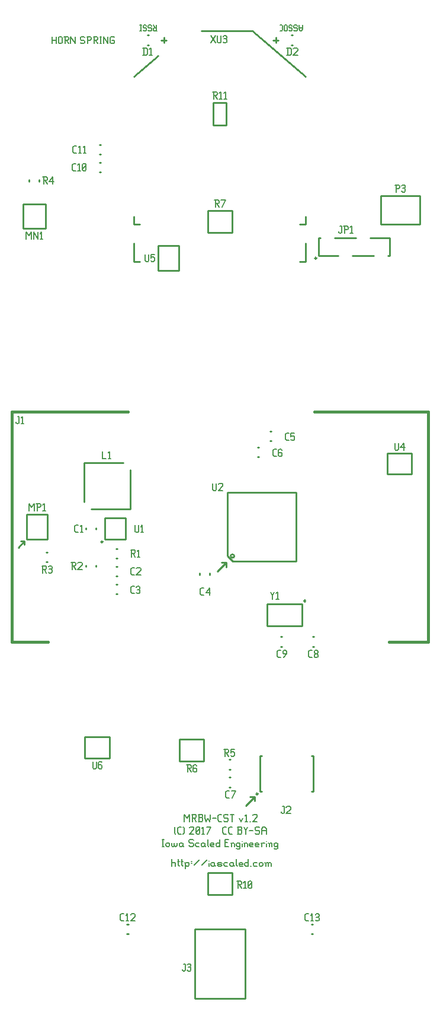
<source format=gbr>
G04 start of page 8 for group -4079 idx -4079 *
G04 Title: (unknown), topsilk *
G04 Creator: pcb 20140316 *
G04 CreationDate: Tue 22 Aug 2017 02:05:26 AM GMT UTC *
G04 For: railfan *
G04 Format: Gerber/RS-274X *
G04 PCB-Dimensions (mil): 2750.00 5500.00 *
G04 PCB-Coordinate-Origin: lower left *
%MOIN*%
%FSLAX25Y25*%
%LNTOPSILK*%
%ADD126C,0.0150*%
%ADD125C,0.0080*%
%ADD124C,0.0100*%
G54D124*X141000Y245500D02*X136000Y240500D01*
X141000Y245500D02*Y243000D01*
Y245500D02*X138500D01*
X27500Y257500D02*X24000Y254000D01*
X27500Y257500D02*X25500D01*
X27500D02*Y255500D01*
X157000Y114000D02*X152000Y109000D01*
X157000Y114000D02*Y111500D01*
Y114000D02*X154500D01*
X104500Y539000D02*X107500D01*
X106000Y540500D02*Y537500D01*
X169000Y540500D02*Y537500D01*
X167500Y539000D02*X170500D01*
G54D125*X110500Y79000D02*Y75000D01*
Y76500D02*X111000Y77000D01*
X112000D01*
X112500Y76500D01*
Y75000D01*
X114200Y79000D02*Y75500D01*
X114700Y75000D01*
X113700Y77500D02*X114700D01*
X116200Y79000D02*Y75500D01*
X116700Y75000D01*
X115700Y77500D02*X116700D01*
X118200Y76500D02*Y73500D01*
X117700Y77000D02*X118200Y76500D01*
X118700Y77000D01*
X119700D01*
X120200Y76500D01*
Y75500D01*
X119700Y75000D02*X120200Y75500D01*
X118700Y75000D02*X119700D01*
X118200Y75500D02*X118700Y75000D01*
X121400Y77500D02*X121900D01*
X121400Y76500D02*X121900D01*
X123100Y75500D02*X126100Y78500D01*
X127300Y75500D02*X130300Y78500D01*
X131500Y78000D02*Y77900D01*
Y76500D02*Y75000D01*
X134000Y77000D02*X134500Y76500D01*
X133000Y77000D02*X134000D01*
X132500Y76500D02*X133000Y77000D01*
X132500Y76500D02*Y75500D01*
X133000Y75000D01*
X134500Y77000D02*Y75500D01*
X135000Y75000D01*
X133000D02*X134000D01*
X134500Y75500D01*
X136700Y75000D02*X138200D01*
X138700Y75500D01*
X138200Y76000D02*X138700Y75500D01*
X136700Y76000D02*X138200D01*
X136200Y76500D02*X136700Y76000D01*
X136200Y76500D02*X136700Y77000D01*
X138200D01*
X138700Y76500D01*
X136200Y75500D02*X136700Y75000D01*
X140400Y77000D02*X141900D01*
X139900Y76500D02*X140400Y77000D01*
X139900Y76500D02*Y75500D01*
X140400Y75000D01*
X141900D01*
X144600Y77000D02*X145100Y76500D01*
X143600Y77000D02*X144600D01*
X143100Y76500D02*X143600Y77000D01*
X143100Y76500D02*Y75500D01*
X143600Y75000D01*
X145100Y77000D02*Y75500D01*
X145600Y75000D01*
X143600D02*X144600D01*
X145100Y75500D01*
X146800Y79000D02*Y75500D01*
X147300Y75000D01*
X148800D02*X150300D01*
X148300Y75500D02*X148800Y75000D01*
X148300Y76500D02*Y75500D01*
Y76500D02*X148800Y77000D01*
X149800D01*
X150300Y76500D01*
X148300Y76000D02*X150300D01*
Y76500D02*Y76000D01*
X153500Y79000D02*Y75000D01*
X153000D02*X153500Y75500D01*
X152000Y75000D02*X153000D01*
X151500Y75500D02*X152000Y75000D01*
X151500Y76500D02*Y75500D01*
Y76500D02*X152000Y77000D01*
X153000D01*
X153500Y76500D01*
X154700Y75000D02*X155200D01*
X156900Y77000D02*X158400D01*
X156400Y76500D02*X156900Y77000D01*
X156400Y76500D02*Y75500D01*
X156900Y75000D01*
X158400D01*
X159600Y76500D02*Y75500D01*
Y76500D02*X160100Y77000D01*
X161100D01*
X161600Y76500D01*
Y75500D01*
X161100Y75000D02*X161600Y75500D01*
X160100Y75000D02*X161100D01*
X159600Y75500D02*X160100Y75000D01*
X163300Y76500D02*Y75000D01*
Y76500D02*X163800Y77000D01*
X164300D01*
X164800Y76500D01*
Y75000D01*
Y76500D02*X165300Y77000D01*
X165800D01*
X166300Y76500D01*
Y75000D01*
X162800Y77000D02*X163300Y76500D01*
X105000Y90000D02*X106000D01*
X105500D02*Y86000D01*
X105000D02*X106000D01*
X107200Y87500D02*Y86500D01*
Y87500D02*X107700Y88000D01*
X108700D01*
X109200Y87500D01*
Y86500D01*
X108700Y86000D02*X109200Y86500D01*
X107700Y86000D02*X108700D01*
X107200Y86500D02*X107700Y86000D01*
X110400Y88000D02*Y86500D01*
X110900Y86000D01*
X111400D01*
X111900Y86500D01*
Y88000D02*Y86500D01*
X112400Y86000D01*
X112900D01*
X113400Y86500D01*
Y88000D02*Y86500D01*
X116100Y88000D02*X116600Y87500D01*
X115100Y88000D02*X116100D01*
X114600Y87500D02*X115100Y88000D01*
X114600Y87500D02*Y86500D01*
X115100Y86000D01*
X116600Y88000D02*Y86500D01*
X117100Y86000D01*
X115100D02*X116100D01*
X116600Y86500D01*
X122100Y90000D02*X122600Y89500D01*
X120600Y90000D02*X122100D01*
X120100Y89500D02*X120600Y90000D01*
X120100Y89500D02*Y88500D01*
X120600Y88000D01*
X122100D01*
X122600Y87500D01*
Y86500D01*
X122100Y86000D02*X122600Y86500D01*
X120600Y86000D02*X122100D01*
X120100Y86500D02*X120600Y86000D01*
X124300Y88000D02*X125800D01*
X123800Y87500D02*X124300Y88000D01*
X123800Y87500D02*Y86500D01*
X124300Y86000D01*
X125800D01*
X128500Y88000D02*X129000Y87500D01*
X127500Y88000D02*X128500D01*
X127000Y87500D02*X127500Y88000D01*
X127000Y87500D02*Y86500D01*
X127500Y86000D01*
X129000Y88000D02*Y86500D01*
X129500Y86000D01*
X127500D02*X128500D01*
X129000Y86500D01*
X130700Y90000D02*Y86500D01*
X131200Y86000D01*
X132700D02*X134200D01*
X132200Y86500D02*X132700Y86000D01*
X132200Y87500D02*Y86500D01*
Y87500D02*X132700Y88000D01*
X133700D01*
X134200Y87500D01*
X132200Y87000D02*X134200D01*
Y87500D02*Y87000D01*
X137400Y90000D02*Y86000D01*
X136900D02*X137400Y86500D01*
X135900Y86000D02*X136900D01*
X135400Y86500D02*X135900Y86000D01*
X135400Y87500D02*Y86500D01*
Y87500D02*X135900Y88000D01*
X136900D01*
X137400Y87500D01*
X140400Y88200D02*X141900D01*
X140400Y86000D02*X142400D01*
X140400Y90000D02*Y86000D01*
Y90000D02*X142400D01*
X144100Y87500D02*Y86000D01*
Y87500D02*X144600Y88000D01*
X145100D01*
X145600Y87500D01*
Y86000D01*
X143600Y88000D02*X144100Y87500D01*
X148300Y88000D02*X148800Y87500D01*
X147300Y88000D02*X148300D01*
X146800Y87500D02*X147300Y88000D01*
X146800Y87500D02*Y86500D01*
X147300Y86000D01*
X148300D01*
X148800Y86500D01*
X146800Y85000D02*X147300Y84500D01*
X148300D01*
X148800Y85000D01*
Y88000D02*Y85000D01*
X150000Y89000D02*Y88900D01*
Y87500D02*Y86000D01*
X151500Y87500D02*Y86000D01*
Y87500D02*X152000Y88000D01*
X152500D01*
X153000Y87500D01*
Y86000D01*
X151000Y88000D02*X151500Y87500D01*
X154700Y86000D02*X156200D01*
X154200Y86500D02*X154700Y86000D01*
X154200Y87500D02*Y86500D01*
Y87500D02*X154700Y88000D01*
X155700D01*
X156200Y87500D01*
X154200Y87000D02*X156200D01*
Y87500D02*Y87000D01*
X157900Y86000D02*X159400D01*
X157400Y86500D02*X157900Y86000D01*
X157400Y87500D02*Y86500D01*
Y87500D02*X157900Y88000D01*
X158900D01*
X159400Y87500D01*
X157400Y87000D02*X159400D01*
Y87500D02*Y87000D01*
X161100Y87500D02*Y86000D01*
Y87500D02*X161600Y88000D01*
X162600D01*
X160600D02*X161100Y87500D01*
X163800Y89000D02*Y88900D01*
Y87500D02*Y86000D01*
X165300Y87500D02*Y86000D01*
Y87500D02*X165800Y88000D01*
X166300D01*
X166800Y87500D01*
Y86000D01*
X164800Y88000D02*X165300Y87500D01*
X169500Y88000D02*X170000Y87500D01*
X168500Y88000D02*X169500D01*
X168000Y87500D02*X168500Y88000D01*
X168000Y87500D02*Y86500D01*
X168500Y86000D01*
X169500D01*
X170000Y86500D01*
X168000Y85000D02*X168500Y84500D01*
X169500D01*
X170000Y85000D01*
Y88000D02*Y85000D01*
X112000Y93500D02*X112500Y93000D01*
X112000Y96500D02*X112500Y97000D01*
X112000Y96500D02*Y93500D01*
X114400Y93000D02*X115700D01*
X113700Y93700D02*X114400Y93000D01*
X113700Y96300D02*Y93700D01*
Y96300D02*X114400Y97000D01*
X115700D01*
X116900D02*X117400Y96500D01*
Y93500D01*
X116900Y93000D02*X117400Y93500D01*
X120400Y96500D02*X120900Y97000D01*
X122400D01*
X122900Y96500D01*
Y95500D01*
X120400Y93000D02*X122900Y95500D01*
X120400Y93000D02*X122900D01*
X124100Y93500D02*X124600Y93000D01*
X124100Y96500D02*Y93500D01*
Y96500D02*X124600Y97000D01*
X125600D01*
X126100Y96500D01*
Y93500D01*
X125600Y93000D02*X126100Y93500D01*
X124600Y93000D02*X125600D01*
X124100Y94000D02*X126100Y96000D01*
X127300Y96200D02*X128100Y97000D01*
Y93000D01*
X127300D02*X128800D01*
X130500D02*X132500Y97000D01*
X130000D02*X132500D01*
X139800Y93000D02*X141100D01*
X139100Y93700D02*X139800Y93000D01*
X139100Y96300D02*Y93700D01*
Y96300D02*X139800Y97000D01*
X141100D01*
X143000Y93000D02*X144300D01*
X142300Y93700D02*X143000Y93000D01*
X142300Y96300D02*Y93700D01*
Y96300D02*X143000Y97000D01*
X144300D01*
X147300Y93000D02*X149300D01*
X149800Y93500D01*
Y94700D02*Y93500D01*
X149300Y95200D02*X149800Y94700D01*
X147800Y95200D02*X149300D01*
X147800Y97000D02*Y93000D01*
X147300Y97000D02*X149300D01*
X149800Y96500D01*
Y95700D01*
X149300Y95200D02*X149800Y95700D01*
X151000Y97000D02*X152000Y95000D01*
X153000Y97000D01*
X152000Y95000D02*Y93000D01*
X154200Y95000D02*X156200D01*
X159400Y97000D02*X159900Y96500D01*
X157900Y97000D02*X159400D01*
X157400Y96500D02*X157900Y97000D01*
X157400Y96500D02*Y95500D01*
X157900Y95000D01*
X159400D01*
X159900Y94500D01*
Y93500D01*
X159400Y93000D02*X159900Y93500D01*
X157900Y93000D02*X159400D01*
X157400Y93500D02*X157900Y93000D01*
X161100Y96000D02*Y93000D01*
Y96000D02*X161800Y97000D01*
X162900D01*
X163600Y96000D01*
Y93000D01*
X161100Y95000D02*X163600D01*
X117500Y104000D02*Y100000D01*
Y104000D02*X119000Y102000D01*
X120500Y104000D01*
Y100000D01*
X121700Y104000D02*X123700D01*
X124200Y103500D01*
Y102500D01*
X123700Y102000D02*X124200Y102500D01*
X122200Y102000D02*X123700D01*
X122200Y104000D02*Y100000D01*
X123000Y102000D02*X124200Y100000D01*
X125400D02*X127400D01*
X127900Y100500D01*
Y101700D02*Y100500D01*
X127400Y102200D02*X127900Y101700D01*
X125900Y102200D02*X127400D01*
X125900Y104000D02*Y100000D01*
X125400Y104000D02*X127400D01*
X127900Y103500D01*
Y102700D01*
X127400Y102200D02*X127900Y102700D01*
X129100Y104000D02*Y102000D01*
X129600Y100000D01*
X130600Y102000D01*
X131600Y100000D01*
X132100Y102000D01*
Y104000D02*Y102000D01*
X133300D02*X135300D01*
X137200Y100000D02*X138500D01*
X136500Y100700D02*X137200Y100000D01*
X136500Y103300D02*Y100700D01*
Y103300D02*X137200Y104000D01*
X138500D01*
X141700D02*X142200Y103500D01*
X140200Y104000D02*X141700D01*
X139700Y103500D02*X140200Y104000D01*
X139700Y103500D02*Y102500D01*
X140200Y102000D01*
X141700D01*
X142200Y101500D01*
Y100500D01*
X141700Y100000D02*X142200Y100500D01*
X140200Y100000D02*X141700D01*
X139700Y100500D02*X140200Y100000D01*
X143400Y104000D02*X145400D01*
X144400D02*Y100000D01*
X148400Y102000D02*X149400Y100000D01*
X150400Y102000D02*X149400Y100000D01*
X151600Y103200D02*X152400Y104000D01*
Y100000D01*
X151600D02*X153100D01*
X154300D02*X154800D01*
X156000Y103500D02*X156500Y104000D01*
X158000D01*
X158500Y103500D01*
Y102500D01*
X156000Y100000D02*X158500Y102500D01*
X156000Y100000D02*X158500D01*
X100440Y544280D02*X102000D01*
X100440D02*X100050Y544670D01*
Y545450D02*Y544670D01*
X100440Y545840D02*X100050Y545450D01*
X100440Y545840D02*X101610D01*
Y547400D02*Y544280D01*
X100986Y545840D02*X100050Y547400D01*
X97554Y544280D02*X97164Y544670D01*
X97554Y544280D02*X98724D01*
X99114Y544670D02*X98724Y544280D01*
X99114Y545450D02*Y544670D01*
Y545450D02*X98724Y545840D01*
X97554D02*X98724D01*
X97554D02*X97164Y546230D01*
Y547010D02*Y546230D01*
X97554Y547400D02*X97164Y547010D01*
X97554Y547400D02*X98724D01*
X99114Y547010D02*X98724Y547400D01*
X94668Y544280D02*X94278Y544670D01*
X94668Y544280D02*X95838D01*
X96228Y544670D02*X95838Y544280D01*
X96228Y545450D02*Y544670D01*
Y545450D02*X95838Y545840D01*
X94668D02*X95838D01*
X94668D02*X94278Y546230D01*
Y547010D02*Y546230D01*
X94668Y547400D02*X94278Y547010D01*
X94668Y547400D02*X95838D01*
X96228Y547010D02*X95838Y547400D01*
X92562Y544280D02*X93342D01*
X92952Y547400D02*Y544280D01*
X92562Y547400D02*X93342D01*
X184000D02*Y545060D01*
X183454Y544280D01*
X182596D02*X183454D01*
X182596D02*X182050Y545060D01*
Y547400D02*Y545060D01*
Y545840D02*X184000D01*
X179554Y544280D02*X179164Y544670D01*
X179554Y544280D02*X180724D01*
X181114Y544670D02*X180724Y544280D01*
X181114Y545450D02*Y544670D01*
Y545450D02*X180724Y545840D01*
X179554D02*X180724D01*
X179554D02*X179164Y546230D01*
Y547010D02*Y546230D01*
X179554Y547400D02*X179164Y547010D01*
X179554Y547400D02*X180724D01*
X181114Y547010D02*X180724Y547400D01*
X176668Y544280D02*X176278Y544670D01*
X176668Y544280D02*X177838D01*
X178228Y544670D02*X177838Y544280D01*
X178228Y545450D02*Y544670D01*
Y545450D02*X177838Y545840D01*
X176668D02*X177838D01*
X176668D02*X176278Y546230D01*
Y547010D02*Y546230D01*
X176668Y547400D02*X176278Y547010D01*
X176668Y547400D02*X177838D01*
X178228Y547010D02*X177838Y547400D01*
X175342Y547010D02*Y544670D01*
X174952Y544280D01*
X174172D02*X174952D01*
X174172D02*X173782Y544670D01*
Y547010D02*Y544670D01*
X174172Y547400D02*X173782Y547010D01*
X174172Y547400D02*X174952D01*
X175342Y547010D02*X174952Y547400D01*
X171286D02*X172300D01*
X172846Y546854D02*X172300Y547400D01*
X172846Y546854D02*Y544826D01*
X172300Y544280D01*
X171286D02*X172300D01*
X43000Y541010D02*Y537050D01*
X45475Y541010D02*Y537050D01*
X43000Y539030D02*X45475D01*
X46663Y540515D02*Y537545D01*
Y540515D02*X47158Y541010D01*
X48148D01*
X48643Y540515D01*
Y537545D01*
X48148Y537050D02*X48643Y537545D01*
X47158Y537050D02*X48148D01*
X46663Y537545D02*X47158Y537050D01*
X49831Y541010D02*X51811D01*
X52306Y540515D01*
Y539525D01*
X51811Y539030D02*X52306Y539525D01*
X50326Y539030D02*X51811D01*
X50326Y541010D02*Y537050D01*
X51118Y539030D02*X52306Y537050D01*
X53494Y541010D02*Y537050D01*
Y541010D02*X55969Y537050D01*
Y541010D02*Y537050D01*
X60919Y541010D02*X61414Y540515D01*
X59434Y541010D02*X60919D01*
X58939Y540515D02*X59434Y541010D01*
X58939Y540515D02*Y539525D01*
X59434Y539030D01*
X60919D01*
X61414Y538535D01*
Y537545D01*
X60919Y537050D02*X61414Y537545D01*
X59434Y537050D02*X60919D01*
X58939Y537545D02*X59434Y537050D01*
X63097Y541010D02*Y537050D01*
X62602Y541010D02*X64582D01*
X65077Y540515D01*
Y539525D01*
X64582Y539030D02*X65077Y539525D01*
X63097Y539030D02*X64582D01*
X66265Y541010D02*X68245D01*
X68740Y540515D01*
Y539525D01*
X68245Y539030D02*X68740Y539525D01*
X66760Y539030D02*X68245D01*
X66760Y541010D02*Y537050D01*
X67552Y539030D02*X68740Y537050D01*
X69928Y541010D02*X70918D01*
X70423D02*Y537050D01*
X69928D02*X70918D01*
X72106Y541010D02*Y537050D01*
Y541010D02*X74581Y537050D01*
Y541010D02*Y537050D01*
X77749Y541010D02*X78244Y540515D01*
X76264Y541010D02*X77749D01*
X75769Y540515D02*X76264Y541010D01*
X75769Y540515D02*Y537545D01*
X76264Y537050D01*
X77749D01*
X78244Y537545D01*
Y538535D02*Y537545D01*
X77749Y539030D02*X78244Y538535D01*
X76759Y539030D02*X77749D01*
G54D124*X141715Y284785D02*Y249115D01*
Y284785D02*X180285D01*
Y246215D01*
X144615D02*X180285D01*
X144615D02*X141715Y249115D01*
X144615Y248115D02*G75*G03X144615Y248115I0J1000D01*G01*
X189607Y198245D02*X190393D01*
X189607Y203755D02*X190393D01*
X171607D02*X172393D01*
X171607Y198245D02*X172393D01*
X183843Y222299D02*Y209701D01*
X164157D02*X183843D01*
X164157Y222299D02*Y209701D01*
Y222299D02*X183843D01*
X185343Y224299D02*G75*G03X185343Y224299I0J-500D01*G01*
X165607Y313745D02*X166393D01*
X165607Y319255D02*X166393D01*
X231600Y306900D02*X245500D01*
X231600D02*Y295100D01*
X245500D01*
Y306900D02*Y295100D01*
X158607Y310255D02*X159393D01*
X158607Y304745D02*X159393D01*
X228000Y451600D02*Y435400D01*
X250000Y451600D02*Y435400D01*
X228000D02*X250000D01*
X228000Y451600D02*X250000D01*
X177607Y536245D02*X178393D01*
X177607Y541755D02*X178393D01*
X130610Y443299D02*Y430701D01*
Y443299D02*X144390D01*
Y430701D01*
X130610D02*X144390D01*
X26600Y447000D02*Y433100D01*
X39400D01*
Y447000D01*
X26600D01*
X30245Y460393D02*Y459607D01*
X35755Y460393D02*Y459607D01*
X69607Y464745D02*X70393D01*
X69607Y470255D02*X70393D01*
X69607Y474745D02*X70393D01*
X69607Y480255D02*X70393D01*
X102600Y423500D02*Y409600D01*
X114400D01*
Y423500D01*
X102600D01*
X133759Y503799D02*Y491201D01*
Y503799D02*X141241D01*
Y491201D01*
X133759D02*X141241D01*
X96607Y541755D02*X97393D01*
X96607Y536245D02*X97393D01*
X89193Y440000D02*Y435650D01*
X185807Y440000D02*Y435650D01*
X89193D02*X92500D01*
X185807D02*X182500D01*
X89193Y518642D02*X102782Y530211D01*
X185807Y518642D02*X155610Y544351D01*
X126990D02*X155610D01*
X89193Y414650D02*X92500D01*
X89193D02*Y425000D01*
X185807Y414650D02*X182500D01*
X185807D02*Y425000D01*
X193000Y428000D02*Y418000D01*
X233000Y428000D02*Y418000D01*
X193000Y428000D02*X194000D01*
X202000D02*X214000D01*
X222000D02*X233000D01*
X232000Y418000D02*X233000D01*
X212000D02*X224000D01*
X193000D02*X204000D01*
X191500Y416000D02*G75*G03X191500Y416000I0J500D01*G01*
X28600Y272500D02*Y258600D01*
X40400D01*
Y272500D01*
X28600D01*
X39607Y251255D02*X40393D01*
X39607Y245745D02*X40393D01*
X79107Y253255D02*X79893D01*
X79107Y247745D02*X79893D01*
X79107Y237745D02*X79893D01*
X79107Y243255D02*X79893D01*
X67755Y243893D02*Y243107D01*
X62245Y243893D02*Y243107D01*
X72594Y270406D02*Y258594D01*
Y270406D02*X84406D01*
Y258594D01*
X72594D02*X84406D01*
X71094Y256594D02*G75*G03X71094Y256594I0J500D01*G01*
X67755Y264893D02*Y264107D01*
X62245Y264893D02*Y264107D01*
X61000Y301500D02*Y279500D01*
Y301500D02*X83000D01*
X87000Y297500D02*Y275500D01*
X65000D02*X87000D01*
X79107Y227745D02*X79893D01*
X79107Y233255D02*X79893D01*
X131755Y239393D02*Y238607D01*
X126245Y239393D02*Y238607D01*
X142607Y134755D02*X143393D01*
X142607Y129245D02*X143393D01*
X114610Y146299D02*Y133701D01*
Y146299D02*X128390D01*
Y133701D01*
X114610D02*X128390D01*
X61500Y135600D02*X75400D01*
Y147400D02*Y135600D01*
X61500Y147400D02*X75400D01*
X61500D02*Y135600D01*
G54D126*X20400Y330300D02*Y200700D01*
Y330300D02*X85600D01*
X190600D02*X254700D01*
X20400Y200700D02*X40600D01*
X232600D02*X254700D01*
Y330300D02*Y200700D01*
G54D124*X160000Y137000D02*Y117000D01*
X190000Y137000D02*Y117000D01*
X160000Y137000D02*X161000D01*
X189000D02*X190000D01*
X189000Y117000D02*X190000D01*
X160000D02*X161000D01*
X158500Y115000D02*G75*G03X158500Y115000I0J500D01*G01*
X142607Y124755D02*X143393D01*
X142607Y119245D02*X143393D01*
X123400Y39400D02*X151600D01*
Y400D01*
X123400D02*X151600D01*
X123400Y39400D02*Y400D01*
X85193Y42255D02*X85979D01*
X85193Y36745D02*X85979D01*
X144390Y71299D02*Y58701D01*
X130610D02*X144390D01*
X130610Y71299D02*Y58701D01*
Y71299D02*X144390D01*
X189021Y36749D02*X189807D01*
X189021Y42259D02*X189807D01*
G54D125*X133500Y290000D02*Y286500D01*
X134000Y286000D01*
X135000D01*
X135500Y286500D01*
Y290000D02*Y286500D01*
X136700Y289500D02*X137200Y290000D01*
X138700D01*
X139200Y289500D01*
Y288500D01*
X136700Y286000D02*X139200Y288500D01*
X136700Y286000D02*X139200D01*
X127136Y227150D02*X128436D01*
X126436Y227850D02*X127136Y227150D01*
X126436Y230450D02*Y227850D01*
Y230450D02*X127136Y231150D01*
X128436D01*
X129636Y228650D02*X131636Y231150D01*
X129636Y228650D02*X132136D01*
X131636Y231150D02*Y227150D01*
X166000Y229000D02*X167000Y227000D01*
X168000Y229000D01*
X167000Y227000D02*Y225000D01*
X169200Y228200D02*X170000Y229000D01*
Y225000D01*
X169200D02*X170700D01*
X236000Y312600D02*Y309100D01*
X236500Y308600D01*
X237500D01*
X238000Y309100D01*
Y312600D02*Y309100D01*
X239200Y310100D02*X241200Y312600D01*
X239200Y310100D02*X241700D01*
X241200Y312600D02*Y308600D01*
X30000Y278600D02*Y274600D01*
Y278600D02*X31500Y276600D01*
X33000Y278600D01*
Y274600D01*
X34700Y278600D02*Y274600D01*
X34200Y278600D02*X36200D01*
X36700Y278100D01*
Y277100D01*
X36200Y276600D02*X36700Y277100D01*
X34700Y276600D02*X36200D01*
X37900Y277800D02*X38700Y278600D01*
Y274600D01*
X37900D02*X39400D01*
X37293Y243650D02*X39293D01*
X39793Y243150D01*
Y242150D01*
X39293Y241650D02*X39793Y242150D01*
X37793Y241650D02*X39293D01*
X37793Y243650D02*Y239650D01*
X38593Y241650D02*X39793Y239650D01*
X40993Y243150D02*X41493Y243650D01*
X42493D01*
X42993Y243150D01*
X42493Y239650D02*X42993Y240150D01*
X41493Y239650D02*X42493D01*
X40993Y240150D02*X41493Y239650D01*
Y241850D02*X42493D01*
X42993Y243150D02*Y242350D01*
Y241350D02*Y240150D01*
Y241350D02*X42493Y241850D01*
X42993Y242350D02*X42493Y241850D01*
X28500Y431100D02*Y427100D01*
Y431100D02*X30000Y429100D01*
X31500Y431100D01*
Y427100D01*
X32700Y431100D02*Y427100D01*
Y431100D02*X35200Y427100D01*
Y431100D02*Y427100D01*
X36400Y430300D02*X37200Y431100D01*
Y427100D01*
X36400D02*X37900D01*
X87350Y252650D02*X89350D01*
X89850Y252150D01*
Y251150D01*
X89350Y250650D02*X89850Y251150D01*
X87850Y250650D02*X89350D01*
X87850Y252650D02*Y248650D01*
X88650Y250650D02*X89850Y248650D01*
X91050Y251850D02*X91850Y252650D01*
Y248650D01*
X91050D02*X92550D01*
X88050Y238650D02*X89350D01*
X87350Y239350D02*X88050Y238650D01*
X87350Y241950D02*Y239350D01*
Y241950D02*X88050Y242650D01*
X89350D01*
X90550Y242150D02*X91050Y242650D01*
X92550D01*
X93050Y242150D01*
Y241150D01*
X90550Y238650D02*X93050Y241150D01*
X90550Y238650D02*X93050D01*
X53850Y245650D02*X55850D01*
X56350Y245150D01*
Y244150D01*
X55850Y243650D02*X56350Y244150D01*
X54350Y243650D02*X55850D01*
X54350Y245650D02*Y241650D01*
X55150Y243650D02*X56350Y241650D01*
X57550Y245150D02*X58050Y245650D01*
X59550D01*
X60050Y245150D01*
Y244150D01*
X57550Y241650D02*X60050Y244150D01*
X57550Y241650D02*X60050D01*
X56550Y262650D02*X57850D01*
X55850Y263350D02*X56550Y262650D01*
X55850Y265950D02*Y263350D01*
Y265950D02*X56550Y266650D01*
X57850D01*
X59050Y265850D02*X59850Y266650D01*
Y262650D01*
X59050D02*X60550D01*
X66000Y133600D02*Y130100D01*
X66500Y129600D01*
X67500D01*
X68000Y130100D01*
Y133600D02*Y130100D01*
X70700Y133600D02*X71200Y133100D01*
X69700Y133600D02*X70700D01*
X69200Y133100D02*X69700Y133600D01*
X69200Y133100D02*Y130100D01*
X69700Y129600D01*
X70700Y131800D02*X71200Y131300D01*
X69200Y131800D02*X70700D01*
X69700Y129600D02*X70700D01*
X71200Y130100D01*
Y131300D02*Y130100D01*
X175050Y314150D02*X176350D01*
X174350Y314850D02*X175050Y314150D01*
X174350Y317450D02*Y314850D01*
Y317450D02*X175050Y318150D01*
X176350D01*
X177550D02*X179550D01*
X177550D02*Y316150D01*
X178050Y316650D01*
X179050D01*
X179550Y316150D01*
Y314650D01*
X179050Y314150D02*X179550Y314650D01*
X178050Y314150D02*X179050D01*
X177550Y314650D02*X178050Y314150D01*
X168050Y305150D02*X169350D01*
X167350Y305850D02*X168050Y305150D01*
X167350Y308450D02*Y305850D01*
Y308450D02*X168050Y309150D01*
X169350D01*
X172050D02*X172550Y308650D01*
X171050Y309150D02*X172050D01*
X170550Y308650D02*X171050Y309150D01*
X170550Y308650D02*Y305650D01*
X171050Y305150D01*
X172050Y307350D02*X172550Y306850D01*
X170550Y307350D02*X172050D01*
X171050Y305150D02*X172050D01*
X172550Y305650D01*
Y306850D02*Y305650D01*
X205200Y434500D02*X206000D01*
Y431000D01*
X205500Y430500D02*X206000Y431000D01*
X205000Y430500D02*X205500D01*
X204500Y431000D02*X205000Y430500D01*
X204500Y431500D02*Y431000D01*
X207700Y434500D02*Y430500D01*
X207200Y434500D02*X209200D01*
X209700Y434000D01*
Y433000D01*
X209200Y432500D02*X209700Y433000D01*
X207700Y432500D02*X209200D01*
X210900Y433700D02*X211700Y434500D01*
Y430500D01*
X210900D02*X212400D01*
X118760Y131740D02*X120760D01*
X121260Y131240D01*
Y130240D01*
X120760Y129740D02*X121260Y130240D01*
X119260Y129740D02*X120760D01*
X119260Y131740D02*Y127740D01*
X120060Y129740D02*X121260Y127740D01*
X123960Y131740D02*X124460Y131240D01*
X122960Y131740D02*X123960D01*
X122460Y131240D02*X122960Y131740D01*
X122460Y131240D02*Y128240D01*
X122960Y127740D01*
X123960Y129940D02*X124460Y129440D01*
X122460Y129940D02*X123960D01*
X122960Y127740D02*X123960D01*
X124460Y128240D01*
Y129440D02*Y128240D01*
X95500Y418600D02*Y415100D01*
X96000Y414600D01*
X97000D01*
X97500Y415100D01*
Y418600D02*Y415100D01*
X98700Y418600D02*X100700D01*
X98700D02*Y416600D01*
X99200Y417100D01*
X100200D01*
X100700Y416600D01*
Y415100D01*
X100200Y414600D02*X100700Y415100D01*
X99200Y414600D02*X100200D01*
X98700Y415100D02*X99200Y414600D01*
X23600Y327500D02*X24400D01*
Y324000D01*
X23900Y323500D02*X24400Y324000D01*
X23400Y323500D02*X23900D01*
X22900Y324000D02*X23400Y323500D01*
X22900Y324500D02*Y324000D01*
X25600Y326700D02*X26400Y327500D01*
Y323500D01*
X25600D02*X27100D01*
X134552Y449075D02*X136552D01*
X137052Y448575D01*
Y447575D01*
X136552Y447075D02*X137052Y447575D01*
X135052Y447075D02*X136552D01*
X135052Y449075D02*Y445075D01*
X135852Y447075D02*X137052Y445075D01*
X138752D02*X140752Y449075D01*
X138252D02*X140752D01*
X236600Y457600D02*Y453600D01*
X236100Y457600D02*X238100D01*
X238600Y457100D01*
Y456100D01*
X238100Y455600D02*X238600Y456100D01*
X236600Y455600D02*X238100D01*
X239800Y457100D02*X240300Y457600D01*
X241300D01*
X241800Y457100D01*
X241300Y453600D02*X241800Y454100D01*
X240300Y453600D02*X241300D01*
X239800Y454100D02*X240300Y453600D01*
Y455800D02*X241300D01*
X241800Y457100D02*Y456300D01*
Y455300D02*Y454100D01*
Y455300D02*X241300Y455800D01*
X241800Y456300D02*X241300Y455800D01*
X133500Y510000D02*X135500D01*
X136000Y509500D01*
Y508500D01*
X135500Y508000D02*X136000Y508500D01*
X134000Y508000D02*X135500D01*
X134000Y510000D02*Y506000D01*
X134800Y508000D02*X136000Y506000D01*
X137200Y509200D02*X138000Y510000D01*
Y506000D01*
X137200D02*X138700D01*
X139900Y509200D02*X140700Y510000D01*
Y506000D01*
X139900D02*X141400D01*
X132500Y537500D02*X135000Y541500D01*
X132500D02*X135000Y537500D01*
X136200Y541500D02*Y538000D01*
X136700Y537500D01*
X137700D01*
X138200Y538000D01*
Y541500D02*Y538000D01*
X139400Y541000D02*X139900Y541500D01*
X140900D01*
X141400Y541000D01*
X140900Y537500D02*X141400Y538000D01*
X139900Y537500D02*X140900D01*
X139400Y538000D02*X139900Y537500D01*
Y539700D02*X140900D01*
X141400Y541000D02*Y540200D01*
Y539200D02*Y538000D01*
Y539200D02*X140900Y539700D01*
X141400Y540200D02*X140900Y539700D01*
X175698Y534575D02*Y530575D01*
X176998Y534575D02*X177698Y533875D01*
Y531275D01*
X176998Y530575D02*X177698Y531275D01*
X175198Y530575D02*X176998D01*
X175198Y534575D02*X176998D01*
X178898Y534075D02*X179398Y534575D01*
X180898D01*
X181398Y534075D01*
Y533075D01*
X178898Y530575D02*X181398Y533075D01*
X178898Y530575D02*X181398D01*
X88050Y228150D02*X89350D01*
X87350Y228850D02*X88050Y228150D01*
X87350Y231450D02*Y228850D01*
Y231450D02*X88050Y232150D01*
X89350D01*
X90550Y231650D02*X91050Y232150D01*
X92050D01*
X92550Y231650D01*
X92050Y228150D02*X92550Y228650D01*
X91050Y228150D02*X92050D01*
X90550Y228650D02*X91050Y228150D01*
Y230350D02*X92050D01*
X92550Y231650D02*Y230850D01*
Y229850D02*Y228650D01*
Y229850D02*X92050Y230350D01*
X92550Y230850D02*X92050Y230350D01*
X89858Y266453D02*Y262953D01*
X90358Y262453D01*
X91358D01*
X91858Y262953D01*
Y266453D02*Y262953D01*
X93058Y265653D02*X93858Y266453D01*
Y262453D01*
X93058D02*X94558D01*
X71500Y308000D02*Y304000D01*
X73500D01*
X74700Y307200D02*X75500Y308000D01*
Y304000D01*
X74700D02*X76200D01*
X188250Y192150D02*X189550D01*
X187550Y192850D02*X188250Y192150D01*
X187550Y195450D02*Y192850D01*
Y195450D02*X188250Y196150D01*
X189550D01*
X190750Y192650D02*X191250Y192150D01*
X190750Y193450D02*Y192650D01*
Y193450D02*X191450Y194150D01*
X192050D01*
X192750Y193450D01*
Y192650D01*
X192250Y192150D02*X192750Y192650D01*
X191250Y192150D02*X192250D01*
X190750Y194850D02*X191450Y194150D01*
X190750Y195650D02*Y194850D01*
Y195650D02*X191250Y196150D01*
X192250D01*
X192750Y195650D01*
Y194850D01*
X192050Y194150D02*X192750Y194850D01*
X170450Y192150D02*X171750D01*
X169750Y192850D02*X170450Y192150D01*
X169750Y195450D02*Y192850D01*
Y195450D02*X170450Y196150D01*
X171750D01*
X173450Y192150D02*X174950Y194150D01*
Y195650D02*Y194150D01*
X174450Y196150D02*X174950Y195650D01*
X173450Y196150D02*X174450D01*
X172950Y195650D02*X173450Y196150D01*
X172950Y195650D02*Y194650D01*
X173450Y194150D01*
X174950D01*
X172800Y108400D02*X173600D01*
Y104900D01*
X173100Y104400D02*X173600Y104900D01*
X172600Y104400D02*X173100D01*
X172100Y104900D02*X172600Y104400D01*
X172100Y105400D02*Y104900D01*
X174800Y107900D02*X175300Y108400D01*
X176800D01*
X177300Y107900D01*
Y106900D01*
X174800Y104400D02*X177300Y106900D01*
X174800Y104400D02*X177300D01*
X141421Y113150D02*X142721D01*
X140721Y113850D02*X141421Y113150D01*
X140721Y116450D02*Y113850D01*
Y116450D02*X141421Y117150D01*
X142721D01*
X144421Y113150D02*X146421Y117150D01*
X143921D02*X146421D01*
X139893Y140650D02*X141893D01*
X142393Y140150D01*
Y139150D01*
X141893Y138650D02*X142393Y139150D01*
X140393Y138650D02*X141893D01*
X140393Y140650D02*Y136650D01*
X141193Y138650D02*X142393Y136650D01*
X143593Y140650D02*X145593D01*
X143593D02*Y138650D01*
X144093Y139150D01*
X145093D01*
X145593Y138650D01*
Y137150D01*
X145093Y136650D02*X145593Y137150D01*
X144093Y136650D02*X145093D01*
X143593Y137150D02*X144093Y136650D01*
X117200Y20000D02*X118000D01*
Y16500D01*
X117500Y16000D02*X118000Y16500D01*
X117000Y16000D02*X117500D01*
X116500Y16500D02*X117000Y16000D01*
X116500Y17000D02*Y16500D01*
X119200Y19500D02*X119700Y20000D01*
X120700D01*
X121200Y19500D01*
X120700Y16000D02*X121200Y16500D01*
X119700Y16000D02*X120700D01*
X119200Y16500D02*X119700Y16000D01*
Y18200D02*X120700D01*
X121200Y19500D02*Y18700D01*
Y17700D02*Y16500D01*
Y17700D02*X120700Y18200D01*
X121200Y18700D02*X120700Y18200D01*
X82136Y44150D02*X83436D01*
X81436Y44850D02*X82136Y44150D01*
X81436Y47450D02*Y44850D01*
Y47450D02*X82136Y48150D01*
X83436D01*
X84636Y47350D02*X85436Y48150D01*
Y44150D01*
X84636D02*X86136D01*
X87336Y47650D02*X87836Y48150D01*
X89336D01*
X89836Y47650D01*
Y46650D01*
X87336Y44150D02*X89836Y46650D01*
X87336Y44150D02*X89836D01*
X186136Y44146D02*X187436D01*
X185436Y44846D02*X186136Y44146D01*
X185436Y47446D02*Y44846D01*
Y47446D02*X186136Y48146D01*
X187436D01*
X188636Y47346D02*X189436Y48146D01*
Y44146D01*
X188636D02*X190136D01*
X191336Y47646D02*X191836Y48146D01*
X192836D01*
X193336Y47646D01*
X192836Y44146D02*X193336Y44646D01*
X191836Y44146D02*X192836D01*
X191336Y44646D02*X191836Y44146D01*
Y46346D02*X192836D01*
X193336Y47646D02*Y46846D01*
Y45846D02*Y44646D01*
Y45846D02*X192836Y46346D01*
X193336Y46846D02*X192836Y46346D01*
X147152Y66475D02*X149152D01*
X149652Y65975D01*
Y64975D01*
X149152Y64475D02*X149652Y64975D01*
X147652Y64475D02*X149152D01*
X147652Y66475D02*Y62475D01*
X148452Y64475D02*X149652Y62475D01*
X150852Y65675D02*X151652Y66475D01*
Y62475D01*
X150852D02*X152352D01*
X153552Y62975D02*X154052Y62475D01*
X153552Y65975D02*Y62975D01*
Y65975D02*X154052Y66475D01*
X155052D01*
X155552Y65975D01*
Y62975D01*
X155052Y62475D02*X155552Y62975D01*
X154052Y62475D02*X155052D01*
X153552Y63475D02*X155552Y65475D01*
X55464Y475650D02*X56764D01*
X54764Y476350D02*X55464Y475650D01*
X54764Y478950D02*Y476350D01*
Y478950D02*X55464Y479650D01*
X56764D01*
X57964Y478850D02*X58764Y479650D01*
Y475650D01*
X57964D02*X59464D01*
X60664Y478850D02*X61464Y479650D01*
Y475650D01*
X60664D02*X62164D01*
X94698Y534575D02*Y530575D01*
X95998Y534575D02*X96698Y533875D01*
Y531275D01*
X95998Y530575D02*X96698Y531275D01*
X94198Y530575D02*X95998D01*
X94198Y534575D02*X95998D01*
X97898Y533775D02*X98698Y534575D01*
Y530575D01*
X97898D02*X99398D01*
X37850Y462150D02*X39850D01*
X40350Y461650D01*
Y460650D01*
X39850Y460150D02*X40350Y460650D01*
X38350Y460150D02*X39850D01*
X38350Y462150D02*Y458150D01*
X39150Y460150D02*X40350Y458150D01*
X41550Y459650D02*X43550Y462150D01*
X41550Y459650D02*X44050D01*
X43550Y462150D02*Y458150D01*
X54964Y465650D02*X56264D01*
X54264Y466350D02*X54964Y465650D01*
X54264Y468950D02*Y466350D01*
Y468950D02*X54964Y469650D01*
X56264D01*
X57464Y468850D02*X58264Y469650D01*
Y465650D01*
X57464D02*X58964D01*
X60164Y466150D02*X60664Y465650D01*
X60164Y469150D02*Y466150D01*
Y469150D02*X60664Y469650D01*
X61664D01*
X62164Y469150D01*
Y466150D01*
X61664Y465650D02*X62164Y466150D01*
X60664Y465650D02*X61664D01*
X60164Y466650D02*X62164Y468650D01*
M02*

</source>
